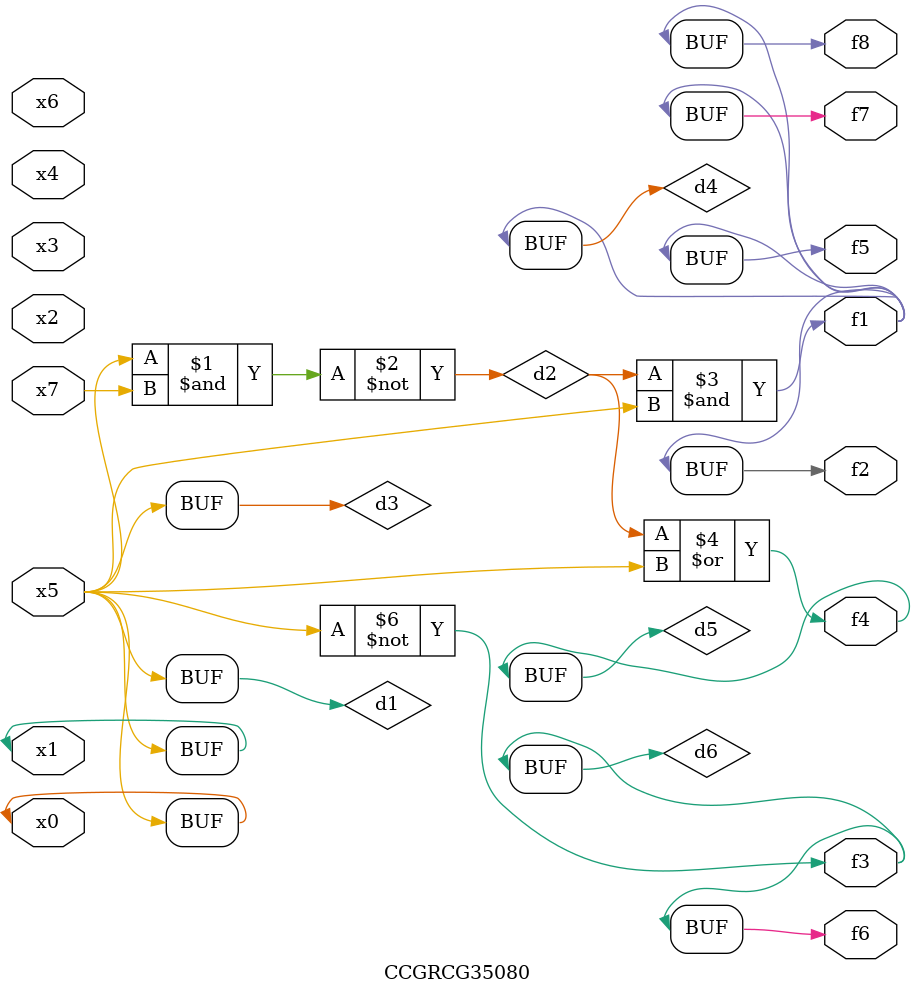
<source format=v>
module CCGRCG35080(
	input x0, x1, x2, x3, x4, x5, x6, x7,
	output f1, f2, f3, f4, f5, f6, f7, f8
);

	wire d1, d2, d3, d4, d5, d6;

	buf (d1, x0, x5);
	nand (d2, x5, x7);
	buf (d3, x0, x1);
	and (d4, d2, d3);
	or (d5, d2, d3);
	nor (d6, d1, d3);
	assign f1 = d4;
	assign f2 = d4;
	assign f3 = d6;
	assign f4 = d5;
	assign f5 = d4;
	assign f6 = d6;
	assign f7 = d4;
	assign f8 = d4;
endmodule

</source>
